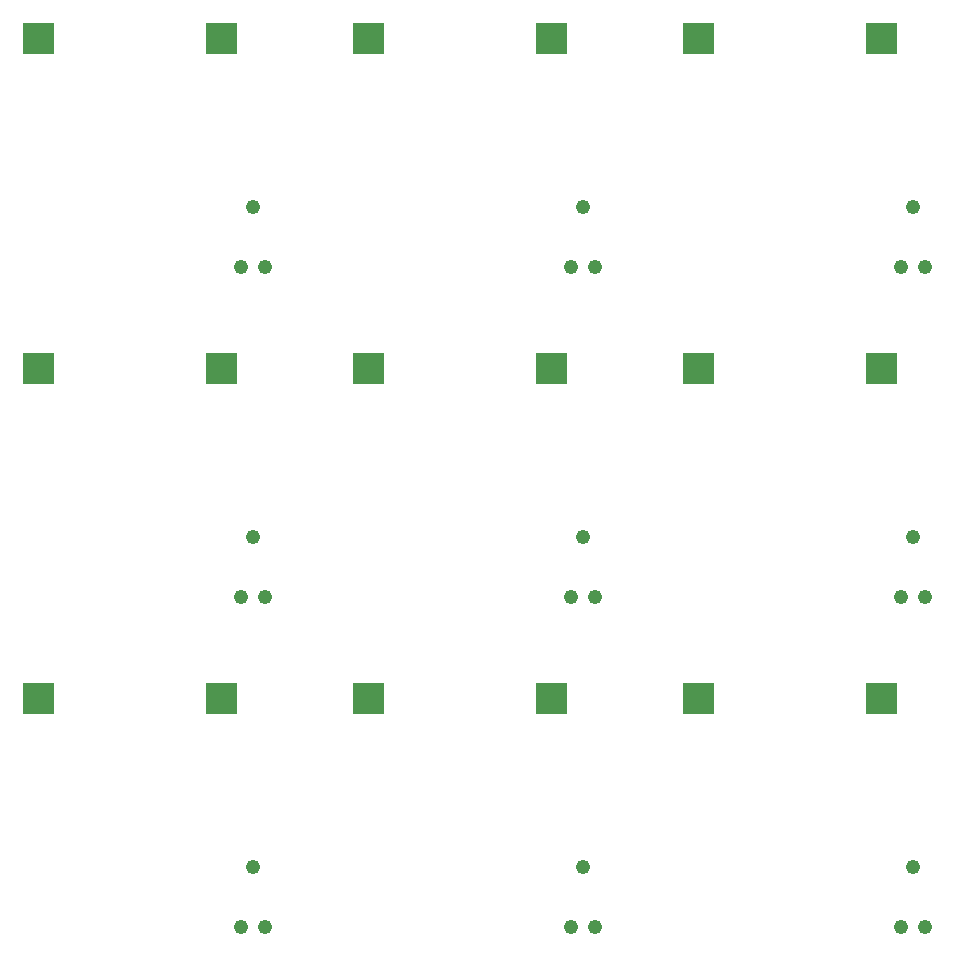
<source format=gbr>
G04 start of page 8 for group -4062 idx -4062 *
G04 Title: (unknown), soldermask *
G04 Creator: pcb 4.0.2 *
G04 CreationDate: Sun May 15 03:11:06 2022 UTC *
G04 For: railfan *
G04 Format: Gerber/RS-274X *
G04 PCB-Dimensions (mil): 4000.00 4000.00 *
G04 PCB-Coordinate-Origin: lower left *
%MOIN*%
%FSLAX25Y25*%
%LNBOTTOMMASK*%
%ADD37C,0.0001*%
%ADD36C,0.0490*%
G54D36*X131000Y284500D03*
X135000Y264500D03*
X127000D03*
X131000Y174500D03*
X241000D03*
X351000D03*
X135000Y154500D03*
X245000D03*
X237000D03*
X347000D03*
X127000D03*
X241000Y64500D03*
X245000Y44500D03*
X237000D03*
X131000Y64500D03*
X135000Y44500D03*
X127000D03*
X241000Y284500D03*
X245000Y264500D03*
X237000D03*
X351000Y284500D03*
X347000Y264500D03*
X355000D03*
Y154500D03*
X351000Y64500D03*
X355000Y44500D03*
X347000D03*
G54D37*G36*
X225290Y345891D02*Y335448D01*
X235733D01*
Y345891D01*
X225290D01*
G37*
G36*
X164267D02*Y335448D01*
X174710D01*
Y345891D01*
X164267D01*
G37*
G36*
X335290D02*Y335448D01*
X345733D01*
Y345891D01*
X335290D01*
G37*
G36*
X274267D02*Y335448D01*
X284710D01*
Y345891D01*
X274267D01*
G37*
G36*
X225290Y235891D02*Y225448D01*
X235733D01*
Y235891D01*
X225290D01*
G37*
G36*
X164267D02*Y225448D01*
X174710D01*
Y235891D01*
X164267D01*
G37*
G36*
X335290D02*Y225448D01*
X345733D01*
Y235891D01*
X335290D01*
G37*
G36*
X274267D02*Y225448D01*
X284710D01*
Y235891D01*
X274267D01*
G37*
G36*
Y125891D02*Y115448D01*
X284710D01*
Y125891D01*
X274267D01*
G37*
G36*
X335290D02*Y115448D01*
X345733D01*
Y125891D01*
X335290D01*
G37*
G36*
X164267D02*Y115448D01*
X174710D01*
Y125891D01*
X164267D01*
G37*
G36*
X225290D02*Y115448D01*
X235733D01*
Y125891D01*
X225290D01*
G37*
G36*
X115290Y345891D02*Y335448D01*
X125733D01*
Y345891D01*
X115290D01*
G37*
G36*
X54267D02*Y335448D01*
X64710D01*
Y345891D01*
X54267D01*
G37*
G36*
X115290Y125891D02*Y115448D01*
X125733D01*
Y125891D01*
X115290D01*
G37*
G36*
X54267D02*Y115448D01*
X64710D01*
Y125891D01*
X54267D01*
G37*
G36*
X115290Y235891D02*Y225448D01*
X125733D01*
Y235891D01*
X115290D01*
G37*
G36*
X54267D02*Y225448D01*
X64710D01*
Y235891D01*
X54267D01*
G37*
M02*

</source>
